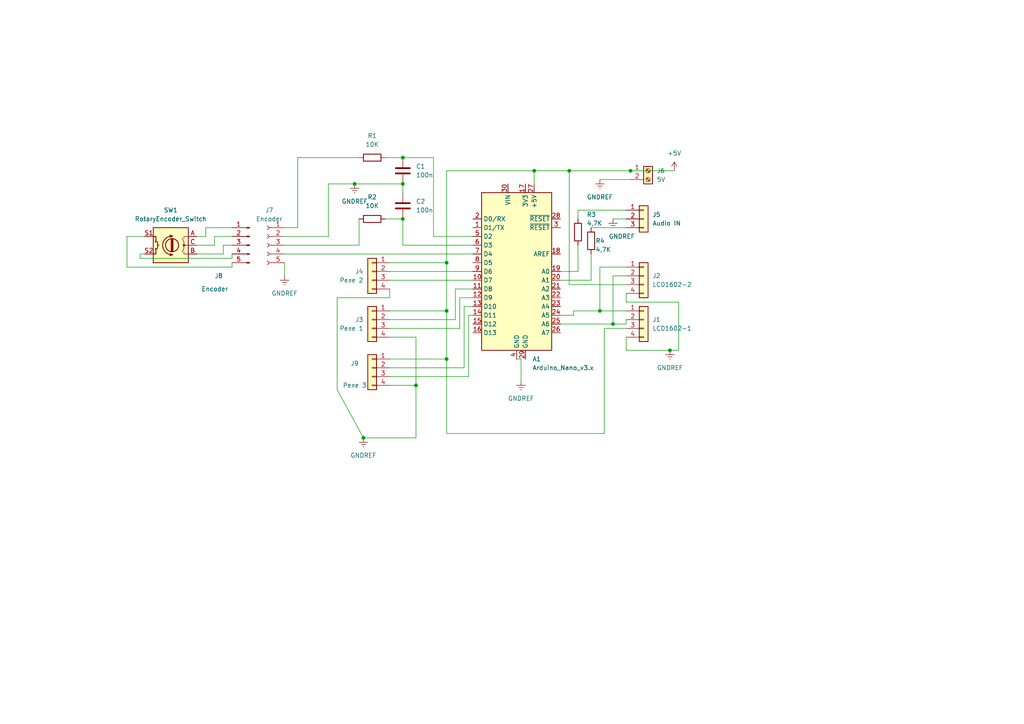
<source format=kicad_sch>
(kicad_sch (version 20211123) (generator eeschema)
  (paper "A4")
  (lib_symbols
    (symbol "Connector:Conn_01x05_Female" (pin_names (offset 1.016) hide)
      (property "Reference" "J" (at 0 7.62 0))
      (property "Value" "Conn_01x05_Female" (at 0 -7.62 0))
      (symbol "Conn_01x05_Female_1_1"
        (arc (start 0 -4.572) (mid -0.508 -5.08) (end 0 -5.588) (stroke (width 0.1524)))
        (arc (start 0 -2.032) (mid -0.508 -2.54) (end 0 -3.048) (stroke (width 0.1524)))
        (polyline (pts (xy -1.27 -5.08) (xy -0.508 -5.08)) (stroke (width 0.1524)))
        (polyline (pts (xy -1.27 -2.54) (xy -0.508 -2.54)) (stroke (width 0.1524)))
        (polyline (pts (xy -1.27 0) (xy -0.508 0)) (stroke (width 0.1524)))
        (polyline (pts (xy -1.27 2.54) (xy -0.508 2.54)) (stroke (width 0.1524)))
        (polyline (pts (xy -1.27 5.08) (xy -0.508 5.08)) (stroke (width 0.1524)))
        (arc (start 0 0.508) (mid -0.508 0) (end 0 -0.508) (stroke (width 0.1524)))
        (arc (start 0 3.048) (mid -0.508 2.54) (end 0 2.032) (stroke (width 0.1524)))
        (arc (start 0 5.588) (mid -0.508 5.08) (end 0 4.572) (stroke (width 0.1524)))
        (pin passive line (at -5.08 5.08 0) (length 3.81) (name "Pin_1") (number "1"))
        (pin passive line (at -5.08 2.54 0) (length 3.81) (name "Pin_2") (number "2"))
        (pin passive line (at -5.08 0 0) (length 3.81) (name "Pin_3") (number "3"))
        (pin passive line (at -5.08 -2.54 0) (length 3.81) (name "Pin_4") (number "4"))
        (pin passive line (at -5.08 -5.08 0) (length 3.81) (name "Pin_5") (number "5"))
      )
    )
    (symbol "Connector:Conn_01x05_Male" (pin_names (offset 1.016) hide)
      (property "Reference" "J" (at 0 7.62 0))
      (property "Value" "Conn_01x05_Male" (at 0 -7.62 0))
      (symbol "Conn_01x05_Male_1_1"
        (polyline (pts (xy 1.27 -5.08) (xy 0.8636 -5.08)) (stroke (width 0.1524)))
        (polyline (pts (xy 1.27 -2.54) (xy 0.8636 -2.54)) (stroke (width 0.1524)))
        (polyline (pts (xy 1.27 0) (xy 0.8636 0)) (stroke (width 0.1524)))
        (polyline (pts (xy 1.27 2.54) (xy 0.8636 2.54)) (stroke (width 0.1524)))
        (polyline (pts (xy 1.27 5.08) (xy 0.8636 5.08)) (stroke (width 0.1524)))
        (rectangle (start 0.8636 -4.953) (end 0 -5.207) (stroke (width 0.1524)) (fill (type outline)))
        (rectangle (start 0.8636 -2.413) (end 0 -2.667) (stroke (width 0.1524)) (fill (type outline)))
        (rectangle (start 0.8636 0.127) (end 0 -0.127) (stroke (width 0.1524)) (fill (type outline)))
        (rectangle (start 0.8636 2.667) (end 0 2.413) (stroke (width 0.1524)) (fill (type outline)))
        (rectangle (start 0.8636 5.207) (end 0 4.953) (stroke (width 0.1524)) (fill (type outline)))
        (pin passive line (at 5.08 5.08 180) (length 3.81) (name "Pin_1") (number "1"))
        (pin passive line (at 5.08 2.54 180) (length 3.81) (name "Pin_2") (number "2"))
        (pin passive line (at 5.08 0 180) (length 3.81) (name "Pin_3") (number "3"))
        (pin passive line (at 5.08 -2.54 180) (length 3.81) (name "Pin_4") (number "4"))
        (pin passive line (at 5.08 -5.08 180) (length 3.81) (name "Pin_5") (number "5"))
      )
    )
    (symbol "Connector:Screw_Terminal_01x02" (pin_names (offset 1.016) hide)
      (property "Reference" "J" (at 0 2.54 0))
      (property "Value" "Screw_Terminal_01x02" (at 0 -5.08 0))
      (symbol "Screw_Terminal_01x02_1_1"
        (rectangle (start -1.27 1.27) (end 1.27 -3.81) (stroke (width 0.254)) (fill (type background)))
        (circle (center 0 -2.54) (radius 0.635) (stroke (width 0.1524)))
        (polyline (pts (xy -0.5334 -2.2098) (xy 0.3302 -3.048)) (stroke (width 0.1524)))
        (polyline (pts (xy -0.5334 0.3302) (xy 0.3302 -0.508)) (stroke (width 0.1524)))
        (polyline (pts (xy -0.3556 -2.032) (xy 0.508 -2.8702)) (stroke (width 0.1524)))
        (polyline (pts (xy -0.3556 0.508) (xy 0.508 -0.3302)) (stroke (width 0.1524)))
        (circle (center 0 0) (radius 0.635) (stroke (width 0.1524)))
        (pin passive line (at -5.08 0 0) (length 3.81) (name "Pin_1") (number "1"))
        (pin passive line (at -5.08 -2.54 0) (length 3.81) (name "Pin_2") (number "2"))
      )
    )
    (symbol "Connector_Generic:Conn_01x03" (pin_names (offset 1.016) hide)
      (property "Reference" "J" (at 0 5.08 0))
      (property "Value" "Conn_01x03" (at 0 -5.08 0))
      (symbol "Conn_01x03_1_1"
        (rectangle (start -1.27 -2.413) (end 0 -2.667) (stroke (width 0.1524)))
        (rectangle (start -1.27 0.127) (end 0 -0.127) (stroke (width 0.1524)))
        (rectangle (start -1.27 2.667) (end 0 2.413) (stroke (width 0.1524)))
        (rectangle (start -1.27 3.81) (end 1.27 -3.81) (stroke (width 0.254)) (fill (type background)))
        (pin passive line (at -5.08 2.54 0) (length 3.81) (name "Pin_1") (number "1"))
        (pin passive line (at -5.08 0 0) (length 3.81) (name "Pin_2") (number "2"))
        (pin passive line (at -5.08 -2.54 0) (length 3.81) (name "Pin_3") (number "3"))
      )
    )
    (symbol "Connector_Generic:Conn_01x04" (pin_names (offset 1.016) hide)
      (property "Reference" "J" (at 0 5.08 0))
      (property "Value" "Conn_01x04" (at 0 -7.62 0))
      (symbol "Conn_01x04_1_1"
        (rectangle (start -1.27 -4.953) (end 0 -5.207) (stroke (width 0.1524)))
        (rectangle (start -1.27 -2.413) (end 0 -2.667) (stroke (width 0.1524)))
        (rectangle (start -1.27 0.127) (end 0 -0.127) (stroke (width 0.1524)))
        (rectangle (start -1.27 2.667) (end 0 2.413) (stroke (width 0.1524)))
        (rectangle (start -1.27 3.81) (end 1.27 -6.35) (stroke (width 0.254)) (fill (type background)))
        (pin passive line (at -5.08 2.54 0) (length 3.81) (name "Pin_1") (number "1"))
        (pin passive line (at -5.08 0 0) (length 3.81) (name "Pin_2") (number "2"))
        (pin passive line (at -5.08 -2.54 0) (length 3.81) (name "Pin_3") (number "3"))
        (pin passive line (at -5.08 -5.08 0) (length 3.81) (name "Pin_4") (number "4"))
      )
    )
    (symbol "Device:C" (pin_numbers hide) (pin_names (offset 0.254))
      (property "Reference" "C" (at 0.635 2.54 0))
      (property "Value" "C" (at 0.635 -2.54 0))
      (symbol "C_0_1"
        (polyline (pts (xy -2.032 -0.762) (xy 2.032 -0.762)) (stroke (width 0.508)))
        (polyline (pts (xy -2.032 0.762) (xy 2.032 0.762)) (stroke (width 0.508)))
      )
      (symbol "C_1_1"
        (pin passive line (at 0 3.81 270) (length 2.794) (name "~") (number "1"))
        (pin passive line (at 0 -3.81 90) (length 2.794) (name "~") (number "2"))
      )
    )
    (symbol "Device:R" (pin_numbers hide) (pin_names (offset 0))
      (property "Reference" "R" (at 2.032 0 90))
      (property "Value" "R" (at 0 0 90))
      (symbol "R_0_1"
        (rectangle (start -1.016 -2.54) (end 1.016 2.54) (stroke (width 0.254)))
      )
      (symbol "R_1_1"
        (pin passive line (at 0 3.81 270) (length 1.27) (name "~") (number "1"))
        (pin passive line (at 0 -3.81 90) (length 1.27) (name "~") (number "2"))
      )
    )
    (symbol "Device:RotaryEncoder_Switch" (pin_names (offset 0.254) hide)
      (property "Reference" "SW" (at 0 6.604 0))
      (property "Value" "RotaryEncoder_Switch" (at 0 -6.604 0))
      (symbol "RotaryEncoder_Switch_0_1"
        (rectangle (start -5.08 5.08) (end 5.08 -5.08) (stroke (width 0.254)) (fill (type background)))
        (circle (center -3.81 0) (radius 0.254) (fill (type outline)))
        (arc (start -0.381 -2.794) (mid 2.3622 -0.0508) (end -0.381 2.667) (stroke (width 0.254)))
        (circle (center -0.381 0) (radius 1.905) (stroke (width 0.254)))
        (polyline (pts (xy -0.635 -1.778) (xy -0.635 1.778)) (stroke (width 0.254)))
        (polyline (pts (xy -0.381 -1.778) (xy -0.381 1.778)) (stroke (width 0.254)))
        (polyline (pts (xy -0.127 1.778) (xy -0.127 -1.778)) (stroke (width 0.254)))
        (polyline (pts (xy 3.81 0) (xy 3.429 0)) (stroke (width 0.254)))
        (polyline (pts (xy 3.81 1.016) (xy 3.81 -1.016)) (stroke (width 0.254)))
        (polyline (pts (xy -5.08 -2.54) (xy -3.81 -2.54) (xy -3.81 -2.032)))
        (polyline (pts (xy -5.08 2.54) (xy -3.81 2.54) (xy -3.81 2.032)))
        (polyline (pts (xy 0.254 -3.048) (xy -0.508 -2.794) (xy 0.127 -2.413)) (stroke (width 0.254)))
        (polyline (pts (xy 0.254 2.921) (xy -0.508 2.667) (xy 0.127 2.286)) (stroke (width 0.254)))
        (polyline (pts (xy 5.08 -2.54) (xy 4.318 -2.54) (xy 4.318 -1.016)) (stroke (width 0.254)))
        (polyline (pts (xy 5.08 2.54) (xy 4.318 2.54) (xy 4.318 1.016)) (stroke (width 0.254)))
        (polyline (pts (xy -5.08 0) (xy -3.81 0) (xy -3.81 -1.016) (xy -3.302 -2.032)))
        (polyline (pts (xy -4.318 0) (xy -3.81 0) (xy -3.81 1.016) (xy -3.302 2.032)))
        (circle (center 4.318 -1.016) (radius 0.127) (stroke (width 0.254)))
        (circle (center 4.318 1.016) (radius 0.127) (stroke (width 0.254)))
      )
      (symbol "RotaryEncoder_Switch_1_1"
        (pin passive line (at -7.62 2.54 0) (length 2.54) (name "A") (number "A"))
        (pin passive line (at -7.62 -2.54 0) (length 2.54) (name "B") (number "B"))
        (pin passive line (at -7.62 0 0) (length 2.54) (name "C") (number "C"))
        (pin passive line (at 7.62 2.54 180) (length 2.54) (name "S1") (number "S1"))
        (pin passive line (at 7.62 -2.54 180) (length 2.54) (name "S2") (number "S2"))
      )
    )
    (symbol "MCU_Module:Arduino_Nano_v3.x"
      (property "Reference" "A" (at -10.16 23.495 0))
      (property "Value" "Arduino_Nano_v3.x" (at 5.08 -24.13 0))
      (symbol "Arduino_Nano_v3.x_0_1"
        (rectangle (start -10.16 22.86) (end 10.16 -22.86) (stroke (width 0.254)) (fill (type background)))
      )
      (symbol "Arduino_Nano_v3.x_1_1"
        (pin bidirectional line (at -12.7 12.7 0) (length 2.54) (name "D1/TX") (number "1"))
        (pin bidirectional line (at -12.7 -2.54 0) (length 2.54) (name "D7") (number "10"))
        (pin bidirectional line (at -12.7 -5.08 0) (length 2.54) (name "D8") (number "11"))
        (pin bidirectional line (at -12.7 -7.62 0) (length 2.54) (name "D9") (number "12"))
        (pin bidirectional line (at -12.7 -10.16 0) (length 2.54) (name "D10") (number "13"))
        (pin bidirectional line (at -12.7 -12.7 0) (length 2.54) (name "D11") (number "14"))
        (pin bidirectional line (at -12.7 -15.24 0) (length 2.54) (name "D12") (number "15"))
        (pin bidirectional line (at -12.7 -17.78 0) (length 2.54) (name "D13") (number "16"))
        (pin power_out line (at 2.54 25.4 270) (length 2.54) (name "3V3") (number "17"))
        (pin input line (at 12.7 5.08 180) (length 2.54) (name "AREF") (number "18"))
        (pin bidirectional line (at 12.7 0 180) (length 2.54) (name "A0") (number "19"))
        (pin bidirectional line (at -12.7 15.24 0) (length 2.54) (name "D0/RX") (number "2"))
        (pin bidirectional line (at 12.7 -2.54 180) (length 2.54) (name "A1") (number "20"))
        (pin bidirectional line (at 12.7 -5.08 180) (length 2.54) (name "A2") (number "21"))
        (pin bidirectional line (at 12.7 -7.62 180) (length 2.54) (name "A3") (number "22"))
        (pin bidirectional line (at 12.7 -10.16 180) (length 2.54) (name "A4") (number "23"))
        (pin bidirectional line (at 12.7 -12.7 180) (length 2.54) (name "A5") (number "24"))
        (pin bidirectional line (at 12.7 -15.24 180) (length 2.54) (name "A6") (number "25"))
        (pin bidirectional line (at 12.7 -17.78 180) (length 2.54) (name "A7") (number "26"))
        (pin power_out line (at 5.08 25.4 270) (length 2.54) (name "+5V") (number "27"))
        (pin input line (at 12.7 15.24 180) (length 2.54) (name "~{RESET}") (number "28"))
        (pin power_in line (at 2.54 -25.4 90) (length 2.54) (name "GND") (number "29"))
        (pin input line (at 12.7 12.7 180) (length 2.54) (name "~{RESET}") (number "3"))
        (pin power_in line (at -2.54 25.4 270) (length 2.54) (name "VIN") (number "30"))
        (pin power_in line (at 0 -25.4 90) (length 2.54) (name "GND") (number "4"))
        (pin bidirectional line (at -12.7 10.16 0) (length 2.54) (name "D2") (number "5"))
        (pin bidirectional line (at -12.7 7.62 0) (length 2.54) (name "D3") (number "6"))
        (pin bidirectional line (at -12.7 5.08 0) (length 2.54) (name "D4") (number "7"))
        (pin bidirectional line (at -12.7 2.54 0) (length 2.54) (name "D5") (number "8"))
        (pin bidirectional line (at -12.7 0 0) (length 2.54) (name "D6") (number "9"))
      )
    )
    (symbol "power:+5V" (power) (pin_names (offset 0))
      (property "Value" "+5V" (at 0 3.556 0))
      (symbol "+5V_0_1"
        (polyline (pts (xy -0.762 1.27) (xy 0 2.54)))
        (polyline (pts (xy 0 0) (xy 0 2.54)))
        (polyline (pts (xy 0 2.54) (xy 0.762 1.27)))
      )
      (symbol "+5V_1_1"
        (pin power_in line (at 0 0 90) (length 0) hide (name "+5V") (number "1"))
      )
    )
    (symbol "power:GNDREF" (power) (pin_names (offset 0))
      (property "Value" "GNDREF" (at 0 -3.81 0))
      (symbol "GNDREF_0_1"
        (polyline (pts (xy -0.635 -1.905) (xy 0.635 -1.905)))
        (polyline (pts (xy -0.127 -2.54) (xy 0.127 -2.54)))
        (polyline (pts (xy 0 -1.27) (xy 0 0)))
        (polyline (pts (xy 1.27 -1.27) (xy -1.27 -1.27)))
      )
      (symbol "GNDREF_1_1"
        (pin power_in line (at 0 0 270) (length 0) hide (name "GNDREF") (number "1"))
      )
    )
  )
  (junction (at 129.54 104.14))
  (junction (at 165.1 49.53))
  (junction (at 177.8 93.98))
  (junction (at 105.41 127))
  (junction (at 154.94 49.53))
  (junction (at 194.31 101.6))
  (junction (at 129.54 76.2))
  (junction (at 116.84 63.5))
  (junction (at 182.88 49.53))
  (junction (at 120.65 111.76))
  (junction (at 116.84 53.34))
  (junction (at 116.84 45.72))
  (junction (at 129.54 90.17))
  (junction (at 102.87 53.34))
  (junction (at 173.99 90.17))
  (wire (pts (xy 166.37 91.44) (xy 166.37 90.17)))
  (wire (pts (xy 111.76 63.5) (xy 116.84 63.5)))
  (wire (pts (xy 36.83 68.58) (xy 36.83 77.47)))
  (wire (pts (xy 113.03 109.22) (xy 135.89 109.22)))
  (wire (pts (xy 129.54 49.53) (xy 154.94 49.53)))
  (wire (pts (xy 137.16 71.12) (xy 116.84 71.12)))
  (wire (pts (xy 196.85 87.63) (xy 196.85 101.6)))
  (wire (pts (xy 181.61 93.98) (xy 181.61 92.71)))
  (wire (pts (xy 86.36 45.72) (xy 104.14 45.72)))
  (wire (pts (xy 116.84 71.12) (xy 116.84 63.5)))
  (wire (pts (xy 125.73 68.58) (xy 125.73 45.72)))
  (wire (pts (xy 196.85 101.6) (xy 194.31 101.6)))
  (wire (pts (xy 113.03 104.14) (xy 129.54 104.14)))
  (wire (pts (xy 135.89 109.22) (xy 135.89 91.44)))
  (wire (pts (xy 125.73 45.72) (xy 116.84 45.72)))
  (wire (pts (xy 171.45 81.28) (xy 162.56 81.28)))
  (wire (pts (xy 82.55 68.58) (xy 95.25 68.58)))
  (wire (pts (xy 181.61 80.01) (xy 177.8 80.01)))
  (wire (pts (xy 129.54 90.17) (xy 129.54 104.14)))
  (wire (pts (xy 165.1 82.55) (xy 165.1 49.53)))
  (wire (pts (xy 113.03 86.36) (xy 113.03 83.82)))
  (wire (pts (xy 175.26 125.73) (xy 129.54 125.73)))
  (wire (pts (xy 105.41 127) (xy 120.65 127)))
  (wire (pts (xy 151.13 104.14) (xy 151.13 110.49)))
  (wire (pts (xy 57.15 68.58) (xy 59.69 68.58)))
  (wire (pts (xy 167.64 71.12) (xy 167.64 78.74)))
  (wire (pts (xy 149.86 104.14) (xy 151.13 104.14)))
  (wire (pts (xy 62.23 68.58) (xy 67.31 68.58)))
  (wire (pts (xy 171.45 66.04) (xy 181.61 66.04)))
  (wire (pts (xy 129.54 104.14) (xy 129.54 125.73)))
  (wire (pts (xy 129.54 76.2) (xy 129.54 90.17)))
  (wire (pts (xy 175.26 95.25) (xy 175.26 125.73)))
  (wire (pts (xy 36.83 77.47) (xy 67.31 77.47)))
  (wire (pts (xy 64.77 71.12) (xy 67.31 71.12)))
  (wire (pts (xy 166.37 90.17) (xy 173.99 90.17)))
  (wire (pts (xy 67.31 77.47) (xy 67.31 76.2)))
  (wire (pts (xy 129.54 49.53) (xy 129.54 76.2)))
  (wire (pts (xy 134.62 106.68) (xy 134.62 88.9)))
  (wire (pts (xy 171.45 73.66) (xy 171.45 81.28)))
  (wire (pts (xy 113.03 76.2) (xy 129.54 76.2)))
  (wire (pts (xy 133.35 95.25) (xy 133.35 86.36)))
  (wire (pts (xy 181.61 82.55) (xy 165.1 82.55)))
  (wire (pts (xy 132.08 92.71) (xy 132.08 83.82)))
  (wire (pts (xy 154.94 49.53) (xy 154.94 53.34)))
  (wire (pts (xy 64.77 73.66) (xy 64.77 71.12)))
  (wire (pts (xy 181.61 95.25) (xy 175.26 95.25)))
  (wire (pts (xy 113.03 81.28) (xy 137.16 81.28)))
  (wire (pts (xy 82.55 80.01) (xy 82.55 76.2)))
  (wire (pts (xy 181.61 63.5) (xy 177.8 63.5)))
  (wire (pts (xy 67.31 74.93) (xy 67.31 73.66)))
  (wire (pts (xy 113.03 92.71) (xy 132.08 92.71)))
  (wire (pts (xy 86.36 66.04) (xy 86.36 45.72)))
  (wire (pts (xy 181.61 87.63) (xy 196.85 87.63)))
  (wire (pts (xy 181.61 97.79) (xy 181.61 101.6)))
  (wire (pts (xy 181.61 85.09) (xy 181.61 87.63)))
  (wire (pts (xy 173.99 90.17) (xy 181.61 90.17)))
  (wire (pts (xy 167.64 60.96) (xy 181.61 60.96)))
  (wire (pts (xy 59.69 66.04) (xy 67.31 66.04)))
  (wire (pts (xy 173.99 77.47) (xy 173.99 90.17)))
  (wire (pts (xy 82.55 66.04) (xy 86.36 66.04)))
  (wire (pts (xy 154.94 49.53) (xy 165.1 49.53)))
  (wire (pts (xy 97.79 86.36) (xy 97.79 113.03)))
  (wire (pts (xy 167.64 78.74) (xy 162.56 78.74)))
  (wire (pts (xy 57.15 71.12) (xy 62.23 71.12)))
  (wire (pts (xy 59.69 68.58) (xy 59.69 66.04)))
  (wire (pts (xy 41.91 68.58) (xy 36.83 68.58)))
  (wire (pts (xy 166.37 91.44) (xy 162.56 91.44)))
  (wire (pts (xy 104.14 71.12) (xy 104.14 63.5)))
  (wire (pts (xy 177.8 93.98) (xy 181.61 93.98)))
  (wire (pts (xy 40.64 73.66) (xy 40.64 74.93)))
  (wire (pts (xy 113.03 78.74) (xy 137.16 78.74)))
  (wire (pts (xy 41.91 73.66) (xy 40.64 73.66)))
  (wire (pts (xy 135.89 91.44) (xy 137.16 91.44)))
  (wire (pts (xy 177.8 80.01) (xy 177.8 93.98)))
  (wire (pts (xy 97.79 86.36) (xy 113.03 86.36)))
  (wire (pts (xy 137.16 68.58) (xy 125.73 68.58)))
  (wire (pts (xy 97.79 113.03) (xy 105.41 127)))
  (wire (pts (xy 82.55 73.66) (xy 137.16 73.66)))
  (wire (pts (xy 181.61 77.47) (xy 173.99 77.47)))
  (wire (pts (xy 120.65 97.79) (xy 120.65 111.76)))
  (wire (pts (xy 95.25 68.58) (xy 95.25 53.34)))
  (wire (pts (xy 182.88 49.53) (xy 195.58 49.53)))
  (wire (pts (xy 40.64 74.93) (xy 67.31 74.93)))
  (wire (pts (xy 167.64 63.5) (xy 167.64 60.96)))
  (wire (pts (xy 62.23 71.12) (xy 62.23 68.58)))
  (wire (pts (xy 82.55 71.12) (xy 104.14 71.12)))
  (wire (pts (xy 133.35 86.36) (xy 137.16 86.36)))
  (wire (pts (xy 57.15 73.66) (xy 64.77 73.66)))
  (wire (pts (xy 165.1 49.53) (xy 182.88 49.53)))
  (wire (pts (xy 102.87 53.34) (xy 116.84 53.34)))
  (wire (pts (xy 134.62 88.9) (xy 137.16 88.9)))
  (wire (pts (xy 182.88 52.07) (xy 173.99 52.07)))
  (wire (pts (xy 113.03 106.68) (xy 134.62 106.68)))
  (wire (pts (xy 95.25 53.34) (xy 102.87 53.34)))
  (wire (pts (xy 181.61 101.6) (xy 194.31 101.6)))
  (wire (pts (xy 113.03 90.17) (xy 129.54 90.17)))
  (wire (pts (xy 113.03 111.76) (xy 120.65 111.76)))
  (wire (pts (xy 162.56 93.98) (xy 177.8 93.98)))
  (wire (pts (xy 116.84 53.34) (xy 116.84 55.88)))
  (wire (pts (xy 120.65 111.76) (xy 120.65 127)))
  (wire (pts (xy 113.03 95.25) (xy 133.35 95.25)))
  (wire (pts (xy 120.65 97.79) (xy 113.03 97.79)))
  (wire (pts (xy 111.76 45.72) (xy 116.84 45.72)))
  (wire (pts (xy 132.08 83.82) (xy 137.16 83.82)))
  (symbol (lib_id "Connector_Generic:Conn_01x04") (at 186.69 92.71 0) (unit 1)
    (property "Reference" "J1" (at 189.23 92.7099 0) (effects (justify left)))
    (property "Value" "LCD1602-1" (at 189.23 95.2499 0) (effects (justify left)))
    (property "Footprint" "Connector_JST:JST_XH_B4B-XH-A_1x04_P2.50mm_Vertical" (effects hide))
  )
  (symbol (lib_id "Connector:Screw_Terminal_01x02") (at 187.96 49.53 0) (unit 1)
    (property "Reference" "J6" (at 190.5 49.5299 0) (effects (justify left)))
    (property "Value" "5V" (at 190.5 52.0699 0) (effects (justify left)))
    (property "Footprint" "TerminalBlock:TerminalBlock_bornier-2_P5.08mm" (effects hide))
  )
  (symbol (lib_id "Connector_Generic:Conn_01x04") (at 107.95 78.74 0) (mirror y) (unit 1)
    (property "Reference" "J4" (at 105.41 78.7399 0) (effects (justify left)))
    (property "Value" "Реле 2" (at 105.41 81.2799 0) (effects (justify left)))
    (property "Footprint" "Connector_JST:JST_XH_B4B-XH-A_1x04_P2.50mm_Vertical" (effects hide))
  )
  (symbol (lib_id "power:+5V") (at 195.58 49.53 0) (unit 1)
    (property "Reference" "#PWR0105" (effects hide))
    (property "Value" "+5V" (at 195.58 44.45 0))
  )
  (symbol (lib_id "Device:R") (at 171.45 69.85 0) (unit 1)
    (property "Reference" "R4" (at 172.72 69.85 0) (effects (justify left)))
    (property "Value" "4,7K" (at 172.72 72.39 0) (effects (justify left)))
    (property "Footprint" "Resistor_THT:R_Axial_DIN0207_L6.3mm_D2.5mm_P10.16mm_Horizontal" (effects hide))
  )
  (symbol (lib_id "MCU_Module:Arduino_Nano_v3.x") (at 149.86 78.74 0) (unit 1)
    (property "Reference" "A1" (at 154.4194 104.14 0) (effects (justify left)))
    (property "Value" "Arduino_Nano_v3.x" (at 154.4194 106.68 0) (effects (justify left)))
    (property "Footprint" "Module:Arduino_Nano" (effects hide))
    (property "Datasheet" "http://www.mouser.com/pdfdocs/Gravitech_Arduino_Nano3_0.pdf" (effects hide))
  )
  (symbol (lib_id "Connector_Generic:Conn_01x04") (at 186.69 80.01 0) (unit 1)
    (property "Reference" "J2" (at 189.23 80.0099 0) (effects (justify left)))
    (property "Value" "LCD1602-2" (at 189.23 82.5499 0) (effects (justify left)))
    (property "Footprint" "Connector_JST:JST_XH_B4B-XH-A_1x04_P2.50mm_Vertical" (effects hide))
  )
  (symbol (lib_id "power:GNDREF") (at 102.87 53.34 0) (unit 1)
    (property "Reference" "#PWR0107" (effects hide))
    (property "Value" "GNDREF" (at 102.87 58.42 0))
  )
  (symbol (lib_id "Connector:Conn_01x05_Female") (at 77.47 71.12 0) (mirror y) (unit 1)
    (property "Reference" "J7" (at 78.105 60.96 0))
    (property "Value" "Encoder" (at 78.105 63.5 0))
    (property "Footprint" "Connector_JST:JST_XH_B5B-XH-A_1x05_P2.50mm_Vertical" (effects hide))
  )
  (symbol (lib_id "power:GNDREF") (at 177.8 63.5 0) (unit 1)
    (property "Reference" "#PWR0103" (effects hide))
    (property "Value" "GNDREF" (at 180.34 68.58 0))
  )
  (symbol (lib_id "power:GNDREF") (at 194.31 101.6 0) (unit 1)
    (property "Reference" "#PWR0104" (effects hide))
    (property "Value" "GNDREF" (at 194.31 106.68 0))
  )
  (symbol (lib_id "power:GNDREF") (at 82.55 80.01 0) (unit 1)
    (property "Reference" "#PWR0108" (effects hide))
    (property "Value" "GNDREF" (at 82.55 85.09 0))
  )
  (symbol (lib_id "power:GNDREF") (at 173.99 52.07 0) (unit 1)
    (property "Reference" "#PWR0106" (effects hide))
    (property "Value" "GNDREF" (at 173.99 57.15 0))
  )
  (symbol (lib_id "Device:R") (at 107.95 63.5 90) (unit 1)
    (property "Reference" "R2" (at 107.95 57.15 90))
    (property "Value" "10K" (at 107.95 59.69 90))
    (property "Footprint" "Resistor_THT:R_Axial_DIN0207_L6.3mm_D2.5mm_P10.16mm_Horizontal" (effects hide))
  )
  (symbol (lib_id "Connector_Generic:Conn_01x04") (at 107.95 106.68 0) (mirror y) (unit 1)
    (property "Reference" "J9" (at 102.87 105.41 0))
    (property "Value" "Реле 3" (at 102.87 111.76 0))
    (property "Footprint" "Connector_JST:JST_XH_B4B-XH-A_1x04_P2.50mm_Vertical" (effects hide))
  )
  (symbol (lib_id "Device:RotaryEncoder_Switch") (at 49.53 71.12 0) (mirror y) (unit 1)
    (property "Reference" "SW1" (at 49.53 60.96 0))
    (property "Value" "RotaryEncoder_Switch" (at 49.53 63.5 0))
    (property "Footprint" "Rotary_Encoder:RotaryEncoder_Alps_EC11E-Switch_Vertical_H20mm" (effects hide))
  )
  (symbol (lib_id "Device:R") (at 167.64 67.31 0) (unit 1)
    (property "Reference" "R3" (at 170.18 62.23 0) (effects (justify left)))
    (property "Value" "4,7K" (at 170.18 64.77 0) (effects (justify left)))
    (property "Footprint" "Resistor_THT:R_Axial_DIN0207_L6.3mm_D2.5mm_P10.16mm_Horizontal" (effects hide))
  )
  (symbol (lib_id "Connector_Generic:Conn_01x03") (at 186.69 63.5 0) (unit 1)
    (property "Reference" "J5" (at 189.23 62.2299 0) (effects (justify left)))
    (property "Value" "Audio IN" (at 189.23 64.7699 0) (effects (justify left)))
    (property "Footprint" "Connector_JST:JST_XH_B3B-XH-A_1x03_P2.50mm_Vertical" (effects hide))
  )
  (symbol (lib_id "power:GNDREF") (at 105.41 127 0) (unit 1)
    (property "Reference" "#PWR0102" (effects hide))
    (property "Value" "GNDREF" (at 105.41 132.08 0))
  )
  (symbol (lib_id "Connector_Generic:Conn_01x04") (at 107.95 92.71 0) (mirror y) (unit 1)
    (property "Reference" "J3" (at 105.41 92.7099 0) (effects (justify left)))
    (property "Value" "Реле 1" (at 105.41 95.2499 0) (effects (justify left)))
    (property "Footprint" "Connector_JST:JST_XH_B4B-XH-A_1x04_P2.50mm_Vertical" (effects hide))
  )
  (symbol (lib_id "Connector:Conn_01x05_Male") (at 72.39 71.12 0) (mirror y) (unit 1)
    (property "Reference" "J8" (at 62.23 80.01 0) (effects (justify right)))
    (property "Value" "Encoder" (at 58.42 83.82 0) (effects (justify right)))
  )
  (symbol (lib_id "power:GNDREF") (at 151.13 110.49 0) (unit 1)
    (property "Reference" "#PWR0101" (effects hide))
    (property "Value" "GNDREF" (at 151.13 115.57 0))
  )
  (symbol (lib_id "Device:R") (at 107.95 45.72 90) (unit 1)
    (property "Reference" "R1" (at 107.95 39.37 90))
    (property "Value" "10K" (at 107.95 41.91 90))
    (property "Footprint" "Resistor_THT:R_Axial_DIN0207_L6.3mm_D2.5mm_P10.16mm_Horizontal" (effects hide))
  )
  (symbol (lib_id "Device:C") (at 116.84 59.69 0) (unit 1)
    (property "Reference" "C2" (at 120.65 58.4199 0) (effects (justify left)))
    (property "Value" "100n" (at 120.65 60.9599 0) (effects (justify left)))
    (property "Footprint" "Capacitor_THT:C_Disc_D4.7mm_W2.5mm_P5.00mm" (effects hide))
  )
  (symbol (lib_id "Device:C") (at 116.84 49.53 0) (unit 1)
    (property "Reference" "C1" (at 120.65 48.2599 0) (effects (justify left)))
    (property "Value" "100n" (at 120.65 50.7999 0) (effects (justify left)))
    (property "Footprint" "Capacitor_THT:C_Disc_D4.7mm_W2.5mm_P5.00mm" (effects hide))
  )
)
</source>
